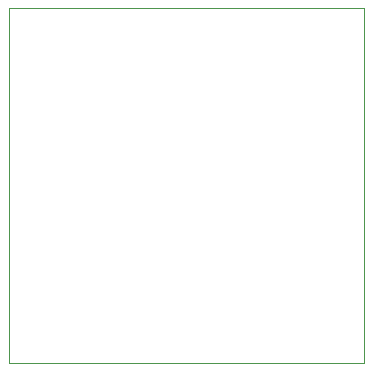
<source format=gm1>
G04 #@! TF.GenerationSoftware,KiCad,Pcbnew,6.0.9-8da3e8f707~116~ubuntu20.04.1*
G04 #@! TF.CreationDate,2023-03-26T13:58:37+00:00*
G04 #@! TF.ProjectId,LEC001021,4c454330-3031-4303-9231-2e6b69636164,rev?*
G04 #@! TF.SameCoordinates,Original*
G04 #@! TF.FileFunction,Profile,NP*
%FSLAX46Y46*%
G04 Gerber Fmt 4.6, Leading zero omitted, Abs format (unit mm)*
G04 Created by KiCad (PCBNEW 6.0.9-8da3e8f707~116~ubuntu20.04.1) date 2023-03-26 13:58:37*
%MOMM*%
%LPD*%
G01*
G04 APERTURE LIST*
G04 #@! TA.AperFunction,Profile*
%ADD10C,0.050000*%
G04 #@! TD*
G04 APERTURE END LIST*
D10*
X0Y-30000000D02*
X0Y0D01*
X30000000Y-30000000D02*
X0Y-30000000D01*
X30000000Y0D02*
X30000000Y-30000000D01*
X0Y0D02*
X30000000Y0D01*
M02*

</source>
